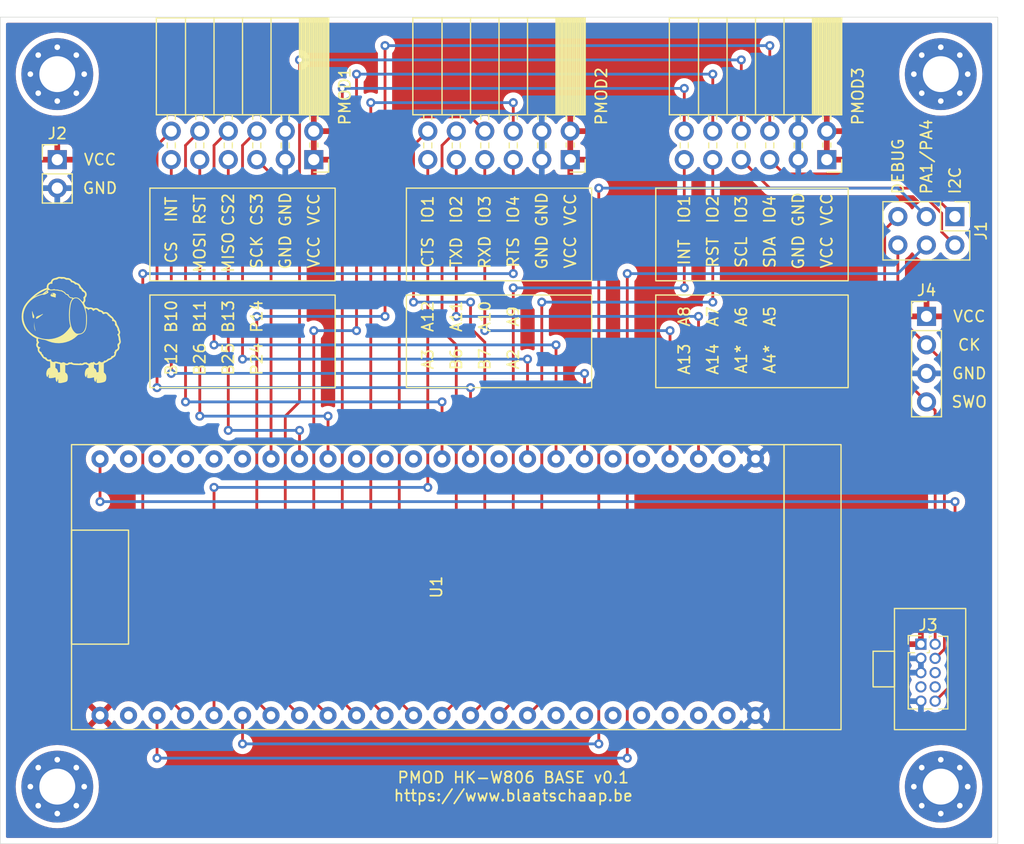
<source format=kicad_pcb>
(kicad_pcb (version 20211014) (generator pcbnew)
  (layers (0 "F.Cu" signal) (31 "B.Cu" signal) (34 "B.Paste" user "B.Plakken") (35 "F.Paste" user "F.Plakken") (36 "B.SilkS" user "B.Silkscreen") (37 "F.SilkS" user "F.Silkscreen") (38 "B.Mask" user) (39 "F.Mask" user "F. masker") (44 "Edge.Cuts" user))
  (net 0 "")
  (net 1 "GND")
  (net 2 "PMOD_UART_GPIO4")
  (net 3 "PMOD_UART_GPIO3")
  (net 4 "PMOD_UART_GPIO2_RESET")
  (net 5 "PMOD_UART_GPIO1_INT")
  (net 6 "PMOD_UART_RTS")
  (net 7 "PMOD_UART_RXD")
  (net 8 "PMOD_UART_TXD")
  (net 9 "PMOD_UART_CTS")
  (net 10 "VCC")
  (net 11 "PMOD_SPI_SCK")
  (net 12 "PMOD_SPI_MOSI")
  (net 13 "PMOD_SPI_MISO")
  (net 14 "PMOD_SPI_GPIO4_CS3")
  (net 15 "PMOD_SPI_GPIO3_CS2")
  (net 16 "PMOD_SPI_GPIO2_RESET")
  (net 17 "PMOD_SPI_GPIO1_INT")
  (net 18 "PMOD_SPI_CS")
  (net 19 "PMOD_I2C_SDA")
  (net 20 "PMOD_I2C_SCL")
  (net 21 "PMOD_I2C_RESET")
  (net 22 "PMOD_I2C_INT")
  (net 23 "PMOD_I2C_GPIO4")
  (net 24 "PMOD_I2C_GPIO3")
  (net 25 "PMOD_I2C_GPIO2")
  (net 26 "PMOD_I2C_GPIO1")
  (net 30 "PA4")
  (net 31 "PA1")
  (net 51 "TMS")
  (net 52 "TCK")
  (net 53 "~{RST}")
  (footprint "Connector_PinSocket_2.54mm:PinSocket_2x06_P2.54mm_Horizontal" (layer "F.Cu") (at 96.52 30.48 -90)
    (fp_text reference "PMOD2" (at -5.65 -2.77 90) (layer "F.SilkS"))
    (fp_text value "Conn_02x06_Odd_Even")
    (pad "1" thru_hole rect (at 0 0 270) (size 1.7 1.7) (drill 1) (layers *.Cu *.Mask) (net 10 "VCC"))
    (pad "2" thru_hole oval (at -2.54 0 270) (size 1.7 1.7) (drill 1) (layers *.Cu *.Mask) (net 10 "VCC"))
    (pad "3" thru_hole oval (at 0 2.54 270) (size 1.7 1.7) (drill 1) (layers *.Cu *.Mask) (net 1 "GND"))
    (pad "4" thru_hole oval (at -2.54 2.54 270) (size 1.7 1.7) (drill 1) (layers *.Cu *.Mask) (net 1 "GND"))
    (pad "5" thru_hole oval (at 0 5.08 270) (size 1.7 1.7) (drill 1) (layers *.Cu *.Mask) (net 6 "PMOD_UART_RTS"))
    (pad "6" thru_hole oval (at -2.54 5.08 270) (size 1.7 1.7) (drill 1) (layers *.Cu *.Mask) (net 2 "PMOD_UART_GPIO4"))
    (pad "7" thru_hole oval (at 0 7.62 270) (size 1.7 1.7) (drill 1) (layers *.Cu *.Mask) (net 7 "PMOD_UART_RXD"))
    (pad "8" thru_hole oval (at -2.54 7.62 270) (size 1.7 1.7) (drill 1) (layers *.Cu *.Mask) (net 3 "PMOD_UART_GPIO3"))
    (pad "9" thru_hole oval (at 0 10.16 270) (size 1.7 1.7) (drill 1) (layers *.Cu *.Mask) (net 8 "PMOD_UART_TXD"))
    (pad "10" thru_hole oval (at -2.54 10.16 270) (size 1.7 1.7) (drill 1) (layers *.Cu *.Mask) (net 4 "PMOD_UART_GPIO2_RESET"))
    (pad "11" thru_hole oval (at 0 12.7 270) (size 1.7 1.7) (drill 1) (layers *.Cu *.Mask) (net 9 "PMOD_UART_CTS"))
    (pad "12" thru_hole oval (at -2.54 12.7 270) (size 1.7 1.7) (drill 1) (layers *.Cu *.Mask) (net 5 "PMOD_UART_GPIO1_INT"))
  )
  (footprint "Connector_PinSocket_2.54mm:PinSocket_2x06_P2.54mm_Horizontal" (layer "F.Cu") (at 119.38 30.48 -90)
    (fp_text reference "PMOD3" (at -5.65 -2.77 90) (layer "F.SilkS"))
    (fp_text value "Conn_02x06_Odd_Even")
    (pad "1" thru_hole rect (at 0 0 270) (size 1.7 1.7) (drill 1) (layers *.Cu *.Mask) (net 10 "VCC"))
    (pad "2" thru_hole oval (at -2.54 0 270) (size 1.7 1.7) (drill 1) (layers *.Cu *.Mask) (net 10 "VCC"))
    (pad "3" thru_hole oval (at 0 2.54 270) (size 1.7 1.7) (drill 1) (layers *.Cu *.Mask) (net 1 "GND"))
    (pad "4" thru_hole oval (at -2.54 2.54 270) (size 1.7 1.7) (drill 1) (layers *.Cu *.Mask) (net 1 "GND"))
    (pad "5" thru_hole oval (at 0 5.08 270) (size 1.7 1.7) (drill 1) (layers *.Cu *.Mask) (net 19 "PMOD_I2C_SDA"))
    (pad "6" thru_hole oval (at -2.54 5.08 270) (size 1.7 1.7) (drill 1) (layers *.Cu *.Mask) (net 23 "PMOD_I2C_GPIO4"))
    (pad "7" thru_hole oval (at 0 7.62 270) (size 1.7 1.7) (drill 1) (layers *.Cu *.Mask) (net 20 "PMOD_I2C_SCL"))
    (pad "8" thru_hole oval (at -2.54 7.62 270) (size 1.7 1.7) (drill 1) (layers *.Cu *.Mask) (net 24 "PMOD_I2C_GPIO3"))
    (pad "9" thru_hole oval (at 0 10.16 270) (size 1.7 1.7) (drill 1) (layers *.Cu *.Mask) (net 21 "PMOD_I2C_RESET"))
    (pad "10" thru_hole oval (at -2.54 10.16 270) (size 1.7 1.7) (drill 1) (layers *.Cu *.Mask) (net 25 "PMOD_I2C_GPIO2"))
    (pad "11" thru_hole oval (at 0 12.7 270) (size 1.7 1.7) (drill 1) (layers *.Cu *.Mask) (net 22 "PMOD_I2C_INT"))
    (pad "12" thru_hole oval (at -2.54 12.7 270) (size 1.7 1.7) (drill 1) (layers *.Cu *.Mask) (net 26 "PMOD_I2C_GPIO1"))
  )
  (footprint "Connector_PinSocket_2.54mm:PinSocket_2x06_P2.54mm_Horizontal" (layer "F.Cu") (at 73.66 30.48 -90)
    (fp_text reference "PMOD1" (at -5.65 -2.77 90) (layer "F.SilkS"))
    (fp_text value "Conn_02x06_Odd_Even")
    (pad "1" thru_hole rect (at 0 0 270) (size 1.7 1.7) (drill 1) (layers *.Cu *.Mask) (net 10 "VCC"))
    (pad "2" thru_hole oval (at -2.54 0 270) (size 1.7 1.7) (drill 1) (layers *.Cu *.Mask) (net 10 "VCC"))
    (pad "3" thru_hole oval (at 0 2.54 270) (size 1.7 1.7) (drill 1) (layers *.Cu *.Mask) (net 1 "GND"))
    (pad "4" thru_hole oval (at -2.54 2.54 270) (size 1.7 1.7) (drill 1) (layers *.Cu *.Mask) (net 1 "GND"))
    (pad "5" thru_hole oval (at 0 5.08 270) (size 1.7 1.7) (drill 1) (layers *.Cu *.Mask) (net 11 "PMOD_SPI_SCK"))
    (pad "6" thru_hole oval (at -2.54 5.08 270) (size 1.7 1.7) (drill 1) (layers *.Cu *.Mask) (net 14 "PMOD_SPI_GPIO4_CS3"))
    (pad "7" thru_hole oval (at 0 7.62 270) (size 1.7 1.7) (drill 1) (layers *.Cu *.Mask) (net 13 "PMOD_SPI_MISO"))
    (pad "8" thru_hole oval (at -2.54 7.62 270) (size 1.7 1.7) (drill 1) (layers *.Cu *.Mask) (net 15 "PMOD_SPI_GPIO3_CS2"))
    (pad "9" thru_hole oval (at 0 10.16 270) (size 1.7 1.7) (drill 1) (layers *.Cu *.Mask) (net 12 "PMOD_SPI_MOSI"))
    (pad "10" thru_hole oval (at -2.54 10.16 270) (size 1.7 1.7) (drill 1) (layers *.Cu *.Mask) (net 16 "PMOD_SPI_GPIO2_RESET"))
    (pad "11" thru_hole oval (at 0 12.7 270) (size 1.7 1.7) (drill 1) (layers *.Cu *.Mask) (net 18 "PMOD_SPI_CS"))
    (pad "12" thru_hole oval (at -2.54 12.7 270) (size 1.7 1.7) (drill 1) (layers *.Cu *.Mask) (net 17 "PMOD_SPI_GPIO1_INT"))
  )
  (footprint "MountingHole:MountingHole_3.2mm_M3_Pad_Via" (layer "F.Cu") (at 50.8 86.36)
    (fp_text reference "H3" hide)
    (fp_text value "~")
    (pad "1" thru_hole circle (at 1.697056 1.697056) (size 0.8 0.8) (drill 0.5) (layers *.Cu *.Mask))
    (pad "1" thru_hole circle (at -1.697056 -1.697056) (size 0.8 0.8) (drill 0.5) (layers *.Cu *.Mask))
    (pad "1" thru_hole circle (at 0 -2.4) (size 0.8 0.8) (drill 0.5) (layers *.Cu *.Mask))
    (pad "1" thru_hole circle (at -2.4 0) (size 0.8 0.8) (drill 0.5) (layers *.Cu *.Mask))
    (pad "1" thru_hole circle (at 1.697056 -1.697056) (size 0.8 0.8) (drill 0.5) (layers *.Cu *.Mask))
    (pad "1" thru_hole circle (at -1.697056 1.697056) (size 0.8 0.8) (drill 0.5) (layers *.Cu *.Mask))
    (pad "1" thru_hole circle (at 2.4 0) (size 0.8 0.8) (drill 0.5) (layers *.Cu *.Mask))
    (pad "1" thru_hole circle (at 0 0) (size 6.4 6.4) (drill 3.2) (layers *.Cu *.Mask))
    (pad "1" thru_hole circle (at 0 2.4) (size 0.8 0.8) (drill 0.5) (layers *.Cu *.Mask))
  )
  (footprint "MountingHole:MountingHole_3.2mm_M3_Pad_Via" (layer "F.Cu") (at 50.8 22.86)
    (fp_text reference "H1" hide)
    (fp_text value "~")
    (pad "1" thru_hole circle (at 0 -2.4) (size 0.8 0.8) (drill 0.5) (layers *.Cu *.Mask))
    (pad "1" thru_hole circle (at 1.697056 1.697056) (size 0.8 0.8) (drill 0.5) (layers *.Cu *.Mask))
    (pad "1" thru_hole circle (at 0 2.4) (size 0.8 0.8) (drill 0.5) (layers *.Cu *.Mask))
    (pad "1" thru_hole circle (at 2.4 0) (size 0.8 0.8) (drill 0.5) (layers *.Cu *.Mask))
    (pad "1" thru_hole circle (at -2.4 0) (size 0.8 0.8) (drill 0.5) (layers *.Cu *.Mask))
    (pad "1" thru_hole circle (at 1.697056 -1.697056) (size 0.8 0.8) (drill 0.5) (layers *.Cu *.Mask))
    (pad "1" thru_hole circle (at -1.697056 1.697056) (size 0.8 0.8) (drill 0.5) (layers *.Cu *.Mask))
    (pad "1" thru_hole circle (at 0 0) (size 6.4 6.4) (drill 3.2) (layers *.Cu *.Mask))
    (pad "1" thru_hole circle (at -1.697056 -1.697056) (size 0.8 0.8) (drill 0.5) (layers *.Cu *.Mask))
  )
  (footprint "Connector_PinHeader_2.54mm:PinHeader_2x03_P2.54mm_Vertical" (layer "F.Cu") (at 130.795 35.555 -90)
    (fp_text reference "J1" (at 1.27 -2.33 90) (layer "F.SilkS"))
    (fp_text value "Conn_02x03_Odd_Even")
    (pad "1" thru_hole rect (at 0 0 270) (size 1.7 1.7) (drill 1) (layers *.Cu *.Mask) (net 19 "PMOD_I2C_SDA"))
    (pad "2" thru_hole oval (at 2.54 0 270) (size 1.7 1.7) (drill 1) (layers *.Cu *.Mask) (net 20 "PMOD_I2C_SCL"))
    (pad "3" thru_hole oval (at 0 2.54 270) (size 1.7 1.7) (drill 1) (layers *.Cu *.Mask) (net 30 "PA4"))
    (pad "4" thru_hole oval (at 2.54 2.54 270) (size 1.7 1.7) (drill 1) (layers *.Cu *.Mask) (net 31 "PA1"))
    (pad "5" thru_hole oval (at 0 5.08 270) (size 1.7 1.7) (drill 1) (layers *.Cu *.Mask) (net 51 "TMS"))
    (pad "6" thru_hole oval (at 2.54 5.08 270) (size 1.7 1.7) (drill 1) (layers *.Cu *.Mask) (net 52 "TCK"))
  )
  (footprint "MountingHole:MountingHole_3.2mm_M3_Pad_Via" (layer "F.Cu") (at 129.54 86.36)
    (fp_text reference "H4" hide)
    (fp_text value "~")
    (pad "1" thru_hole circle (at 1.697056 -1.697056) (size 0.8 0.8) (drill 0.5) (layers *.Cu *.Mask))
    (pad "1" thru_hole circle (at -1.697056 1.697056) (size 0.8 0.8) (drill 0.5) (layers *.Cu *.Mask))
    (pad "1" thru_hole circle (at 0 0) (size 6.4 6.4) (drill 3.2) (layers *.Cu *.Mask))
    (pad "1" thru_hole circle (at -2.4 0) (size 0.8 0.8) (drill 0.5) (layers *.Cu *.Mask))
    (pad "1" thru_hole circle (at 0 2.4) (size 0.8 0.8) (drill 0.5) (layers *.Cu *.Mask))
    (pad "1" thru_hole circle (at 1.697056 1.697056) (size 0.8 0.8) (drill 0.5) (layers *.Cu *.Mask))
    (pad "1" thru_hole circle (at -1.697056 -1.697056) (size 0.8 0.8) (drill 0.5) (layers *.Cu *.Mask))
    (pad "1" thru_hole circle (at 2.4 0) (size 0.8 0.8) (drill 0.5) (layers *.Cu *.Mask))
    (pad "1" thru_hole circle (at 0 -2.4) (size 0.8 0.8) (drill 0.5) (layers *.Cu *.Mask))
  )
  (footprint "AvS_Logos:bs10" (layer "F.Cu") (at 52.07 45.72)
    (fp_text reference "G***" hide)
    (fp_text value "LOGO" hide)
  )
  (footprint "MountingHole:MountingHole_3.2mm_M3_Pad_Via" (layer "F.Cu") (at 129.54 22.86)
    (fp_text reference "H2" hide)
    (fp_text value "~")
    (pad "1" thru_hole circle (at 1.697056 -1.697056) (size 0.8 0.8) (drill 0.5) (layers *.Cu *.Mask))
    (pad "1" thru_hole circle (at 1.697056 1.697056) (size 0.8 0.8) (drill 0.5) (layers *.Cu *.Mask))
    (pad "1" thru_hole circle (at -1.697056 -1.697056) (size 0.8 0.8) (drill 0.5) (layers *.Cu *.Mask))
    (pad "1" thru_hole circle (at 0 0) (size 6.4 6.4) (drill 3.2) (layers *.Cu *.Mask))
    (pad "1" thru_hole circle (at 0 2.4) (size 0.8 0.8) (drill 0.5) (layers *.Cu *.Mask))
    (pad "1" thru_hole circle (at 2.4 0) (size 0.8 0.8) (drill 0.5) (layers *.Cu *.Mask))
    (pad "1" thru_hole circle (at 0 -2.4) (size 0.8 0.8) (drill 0.5) (layers *.Cu *.Mask))
    (pad "1" thru_hole circle (at -2.4 0) (size 0.8 0.8) (drill 0.5) (layers *.Cu *.Mask))
    (pad "1" thru_hole circle (at -1.697056 1.697056) (size 0.8 0.8) (drill 0.5) (layers *.Cu *.Mask))
  )
  (footprint "Connector_PinHeader_1.27mm:PinHeader_2x05_P1.27mm_Vertical" (layer "F.Cu") (at 127.77 73.66)
    (fp_text reference "J3" (at 0.635 -1.695) (layer "F.SilkS"))
    (fp_text value "Conn_02x05_Odd_Even")
    (pad "1" thru_hole rect (at 0 0) (size 1 1) (drill 0.65) (layers *.Cu *.Mask) (net 10 "VCC"))
    (pad "2" thru_hole oval (at 1.27 0) (size 1 1) (drill 0.65) (layers *.Cu *.Mask) (net 51 "TMS"))
    (pad "3" thru_hole oval (at 0 1.27) (size 1 1) (drill 0.65) (layers *.Cu *.Mask) (net 1 "GND"))
    (pad "4" thru_hole oval (at 1.27 1.27) (size 1 1) (drill 0.65) (layers *.Cu *.Mask) (net 52 "TCK"))
    (pad "5" thru_hole oval (at 0 2.54) (size 1 1) (drill 0.65) (layers *.Cu *.Mask) (net 1 "GND"))
    (pad "6" thru_hole oval (at 1.27 2.54) (size 1 1) (drill 0.65) (layers *.Cu *.Mask))
    (pad "7" thru_hole oval (at 0 3.81) (size 1 1) (drill 0.65) (layers *.Cu *.Mask))
    (pad "8" thru_hole oval (at 1.27 3.81) (size 1 1) (drill 0.65) (layers *.Cu *.Mask))
    (pad "9" thru_hole oval (at 0 5.08) (size 1 1) (drill 0.65) (layers *.Cu *.Mask) (net 1 "GND"))
    (pad "10" thru_hole oval (at 1.27 5.08) (size 1 1) (drill 0.65) (layers *.Cu *.Mask) (net 53 "~{RST}"))
  )
  (footprint "Connector_PinHeader_2.54mm:PinHeader_1x04_P2.54mm_Vertical" (layer "F.Cu") (at 128.27 44.45)
    (fp_text reference "J4" (at 0 -2.33) (layer "F.SilkS"))
    (fp_text value "Conn_01x04")
    (pad "1" thru_hole rect (at 0 0) (size 1.7 1.7) (drill 1) (layers *.Cu *.Mask) (net 10 "VCC"))
    (pad "2" thru_hole oval (at 0 2.54) (size 1.7 1.7) (drill 1) (layers *.Cu *.Mask) (net 52 "TCK"))
    (pad "3" thru_hole oval (at 0 5.08) (size 1.7 1.7) (drill 1) (layers *.Cu *.Mask) (net 1 "GND"))
    (pad "4" thru_hole oval (at 0 7.62) (size 1.7 1.7) (drill 1) (layers *.Cu *.Mask) (net 51 "TMS"))
  )
  (footprint "Connector_PinHeader_2.54mm:PinHeader_1x02_P2.54mm_Vertical" (layer "F.Cu") (at 50.8 30.48)
    (fp_text reference "J2" (at 0 -2.33) (layer "F.SilkS"))
    (fp_text value "~")
    (pad "1" thru_hole rect (at 0 0) (size 1.7 1.7) (drill 1) (layers *.Cu *.Mask) (net 10 "VCC"))
    (pad "2" thru_hole oval (at 0 2.54) (size 1.7 1.7) (drill 1) (layers *.Cu *.Mask) (net 1 "GND"))
  )
  (footprint "AvS_CoreBoards:HK-W80x" (layer "F.Cu") (at 85.09 68.58 90)
    (fp_text reference "U1" (at 0 -0.5 90 unlocked) (layer "F.SilkS"))
    (fp_text value "HK-W806")
    (pad "1" thru_hole circle (at -11.43 -30.48 90) (size 1.524 1.524) (drill 0.762) (layers *.Cu *.Mask) (net 10 "VCC"))
    (pad "2" thru_hole circle (at -11.43 -27.94 90) (size 1.524 1.524) (drill 0.762) (layers *.Cu *.Mask))
    (pad "3" thru_hole circle (at -11.43 -25.4 90) (size 1.524 1.524) (drill 0.762) (layers *.Cu *.Mask) (net 31 "PA1"))
    (pad "4" thru_hole circle (at -11.43 -22.86 90) (size 1.524 1.524) (drill 0.762) (layers *.Cu *.Mask) (net 6 "PMOD_UART_RTS"))
    (pad "5" thru_hole circle (at -11.43 -20.32 90) (size 1.524 1.524) (drill 0.762) (layers *.Cu *.Mask) (net 9 "PMOD_UART_CTS"))
    (pad "6" thru_hole circle (at -11.43 -17.78 90) (size 1.524 1.524) (drill 0.762) (layers *.Cu *.Mask) (net 30 "PA4"))
    (pad "7" thru_hole circle (at -11.43 -15.24 90) (size 1.524 1.524) (drill 0.762) (layers *.Cu *.Mask) (net 23 "PMOD_I2C_GPIO4"))
    (pad "8" thru_hole circle (at -11.43 -12.7 90) (size 1.524 1.524) (drill 0.762) (layers *.Cu *.Mask) (net 24 "PMOD_I2C_GPIO3"))
    (pad "9" thru_hole circle (at -11.43 -10.16 90) (size 1.524 1.524) (drill 0.762) (layers *.Cu *.Mask) (net 25 "PMOD_I2C_GPIO2"))
    (pad "10" thru_hole circle (at -11.43 -7.62 90) (size 1.524 1.524) (drill 0.762) (layers *.Cu *.Mask) (net 26 "PMOD_I2C_GPIO1"))
    (pad "11" thru_hole circle (at -11.43 -5.08 90) (size 1.524 1.524) (drill 0.762) (layers *.Cu *.Mask) (net 2 "PMOD_UART_GPIO4"))
    (pad "12" thru_hole circle (at -11.43 -2.54 90) (size 1.524 1.524) (drill 0.762) (layers *.Cu *.Mask) (net 3 "PMOD_UART_GPIO3"))
    (pad "13" thru_hole circle (at -11.43 0 90) (size 1.524 1.524) (drill 0.762) (layers *.Cu *.Mask) (net 4 "PMOD_UART_GPIO2_RESET"))
    (pad "14" thru_hole circle (at -11.43 2.54 90) (size 1.524 1.524) (drill 0.762) (layers *.Cu *.Mask) (net 5 "PMOD_UART_GPIO1_INT"))
    (pad "15" thru_hole circle (at -11.43 5.08 90) (size 1.524 1.524) (drill 0.762) (layers *.Cu *.Mask) (net 22 "PMOD_I2C_INT"))
    (pad "16" thru_hole circle (at -11.43 7.62 90) (size 1.524 1.524) (drill 0.762) (layers *.Cu *.Mask) (net 21 "PMOD_I2C_RESET"))
    (pad "17" thru_hole circle (at -11.43 10.16 90) (size 1.524 1.524) (drill 0.762) (layers *.Cu *.Mask))
    (pad "18" thru_hole circle (at -11.43 12.7 90) (size 1.524 1.524) (drill 0.762) (layers *.Cu *.Mask))
    (pad "19" thru_hole circle (at -11.43 15.24 90) (size 1.524 1.524) (drill 0.762) (layers *.Cu *.Mask))
    (pad "20" thru_hole circle (at -11.43 17.78 90) (size 1.524 1.524) (drill 0.762) (layers *.Cu *.Mask))
    (pad "21" thru_hole circle (at -11.43 20.32 90) (size 1.524 1.524) (drill 0.762) (layers *.Cu *.Mask))
    (pad "22" thru_hole circle (at -11.43 22.86 90) (size 1.524 1.524) (drill 0.762) (layers *.Cu *.Mask))
    (pad "23" thru_hole circle (at -11.43 25.4 90) (size 1.524 1.524) (drill 0.762) (layers *.Cu *.Mask))
    (pad "24" thru_hole circle (at -11.43 27.94 90) (size 1.524 1.524) (drill 0.762) (layers *.Cu *.Mask) (net 1 "GND"))
    (pad "25" thru_hole circle (at 11.43 27.94 90) (size 1.524 1.524) (drill 0.762) (layers *.Cu *.Mask) (net 1 "GND"))
    (pad "26" thru_hole circle (at 11.43 25.4 90) (size 1.524 1.524) (drill 0.762) (layers *.Cu *.Mask))
    (pad "27" thru_hole circle (at 11.43 22.86 90) (size 1.524 1.524) (drill 0.762) (layers *.Cu *.Mask) (net 8 "PMOD_UART_TXD"))
    (pad "28" thru_hole circle (at 11.43 20.32 90) (size 1.524 1.524) (drill 0.762) (layers *.Cu *.Mask) (net 7 "PMOD_UART_RXD"))
    (pad "29" thru_hole circle (at 11.43 17.78 90) (size 1.524 1.524) (drill 0.762) (layers *.Cu *.Mask))
    (pad "30" thru_hole circle (at 11.43 15.24 90) (size 1.524 1.524) (drill 0.762) (layers *.Cu *.Mask))
    (pad "31" thru_hole circle (at 11.43 12.7 90) (size 1.524 1.524) (drill 0.762) (layers *.Cu *.Mask) (net 18 "PMOD_SPI_CS"))
    (pad "32" thru_hole circle (at 11.43 10.16 90) (size 1.524 1.524) (drill 0.762) (layers *.Cu *.Mask) (net 15 "PMOD_SPI_GPIO3_CS2"))
    (pad "33" thru_hole circle (at 11.43 7.62 90) (size 1.524 1.524) (drill 0.762) (layers *.Cu *.Mask) (net 14 "PMOD_SPI_GPIO4_CS3"))
    (pad "34" thru_hole circle (at 11.43 5.08 90) (size 1.524 1.524) (drill 0.762) (layers *.Cu *.Mask))
    (pad "35" thru_hole circle (at 11.43 2.54 90) (size 1.524 1.524) (drill 0.762) (layers *.Cu *.Mask) (net 17 "PMOD_SPI_GPIO1_INT"))
    (pad "36" thru_hole circle (at 11.43 0 90) (size 1.524 1.524) (drill 0.762) (layers *.Cu *.Mask) (net 16 "PMOD_SPI_GPIO2_RESET"))
    (pad "37" thru_hole circle (at 11.43 -2.54 90) (size 1.524 1.524) (drill 0.762) (layers *.Cu *.Mask))
    (pad "38" thru_hole circle (at 11.43 -5.08 90) (size 1.524 1.524) (drill 0.762) (layers *.Cu *.Mask))
    (pad "39" thru_hole circle (at 11.43 -7.62 90) (size 1.524 1.524) (drill 0.762) (layers *.Cu *.Mask))
    (pad "40" thru_hole circle (at 11.43 -10.16 90) (size 1.524 1.524) (drill 0.762) (layers *.Cu *.Mask) (net 12 "PMOD_SPI_MOSI"))
    (pad "41" thru_hole circle (at 11.43 -12.7 90) (size 1.524 1.524) (drill 0.762) (layers *.Cu *.Mask) (net 13 "PMOD_SPI_MISO"))
    (pad "42" thru_hole circle (at 11.43 -15.24 90) (size 1.524 1.524) (drill 0.762) (layers *.Cu *.Mask) (net 11 "PMOD_SPI_SCK"))
    (pad "43" thru_hole circle (at 11.43 -17.78 90) (size 1.524 1.524) (drill 0.762) (layers *.Cu *.Mask))
    (pad "44" thru_hole circle (at 11.43 -20.32 90) (size 1.524 1.524) (drill 0.762) (layers *.Cu *.Mask))
    (pad "45" thru_hole circle (at 11.43 -22.86 90) (size 1.524 1.524) (drill 0.762) (layers *.Cu *.Mask))
    (pad "46" thru_hole circle (at 11.43 -25.4 90) (size 1.524 1.524) (drill 0.762) (layers *.Cu *.Mask))
    (pad "47" thru_hole circle (at 11.43 -27.94 90) (size 1.524 1.524) (drill 0.762) (layers *.Cu *.Mask))
    (pad "48" thru_hole circle (at 11.43 -30.48 90) (size 1.524 1.524) (drill 0.762) (layers *.Cu *.Mask) (net 53 "~{RST}"))
  )
  (gr_rect (start 81.915 33.02) (end 98.425 41.275) (layer "F.SilkS") (width 0.12) (fill none))
  (gr_rect (start 59.055 33.02) (end 75.565 41.275) (layer "F.SilkS") (width 0.12) (fill none))
  (gr_rect (start 104.14 42.545) (end 121.285 50.8) (layer "F.SilkS") (width 0.12) (fill none))
  (gr_rect (start 125.4125 70.485) (end 131.7625 81.28) (layer "F.SilkS") (width 0.12) (fill none))
  (gr_rect (start 81.915 42.545) (end 98.425 50.8) (layer "F.SilkS") (width 0.12) (fill none))
  (gr_rect (start 104.14 33.02) (end 121.285 41.275) (layer "F.SilkS") (width 0.12) (fill none))
  (gr_rect (start 123.5075 74.295) (end 125.4125 77.47) (layer "F.SilkS") (width 0.12) (fill none))
  (gr_rect (start 59.055 42.545) (end 75.565 50.8) (layer "F.SilkS") (width 0.12) (fill none))
  (gr_rect (start 45.72 17.78) (end 134.62 91.44) (layer "Edge.Cuts") (width 0.05) (fill none))
  (gr_text "VCC" (at 132.08 44.45) (layer "F.SilkS") (effects (font (size 1 1))))
  (gr_text "B11" (at 63.5 44.45 90) (layer "F.SilkS") (effects (font (size 1 1))))
  (gr_text "INT" (at 106.68 38.735 90) (layer "F.SilkS") (effects (font (size 1 1))))
  (gr_text "B10" (at 60.96 44.45 90) (layer "F.SilkS") (effects (font (size 1 1))))
  (gr_text "A10" (at 88.9 44.45 90) (layer "F.SilkS") (effects (font (size 1 1))))
  (gr_text "INT" (at 60.96 34.925 90) (layer "F.SilkS") (effects (font (size 1 1))))
  (gr_text "A1*" (at 111.76 48.26 90) (layer "F.SilkS") (effects (font (size 1 1))))
  (gr_text "GND" (at 71.12 34.925 90) (layer "F.SilkS") (effects (font (size 1 1))))
  (gr_text "GND" (at 93.98 38.735 90) (layer "F.SilkS") (effects (font (size 1 1))))
  (gr_text "A13" (at 106.68 48.26 90) (layer "F.SilkS") (effects (font (size 1 1))))
  (gr_text "TXD" (at 86.36 38.735 90) (layer "F.SilkS") (effects (font (size 1 1))))
  (gr_text "RTS" (at 91.44 38.735 90) (layer "F.SilkS") (effects (font (size 1 1))))
  (gr_text "A14" (at 109.22 48.26 90) (layer "F.SilkS") (effects (font (size 1 1))))
  (gr_text "VCC" (at 119.38 38.735 90) (layer "F.SilkS") (effects (font (size 1 1))))
  (gr_text "IO1" (at 106.68 34.925 90) (layer "F.SilkS") (effects (font (size 1 1))))
  (gr_text "A7" (at 109.22 44.45 90) (layer "F.SilkS") (effects (font (size 1 1))))
  (gr_text "PMOD HK-W806 BASE v0.1\nhttps://www.blaatschaap.be" (at 91.44 86.36) (layer "F.SilkS") (effects (font (size 1 1))))
  (gr_text "GND" (at 54.61 33.02) (layer "F.SilkS") (effects (font (size 1 1))))
  (gr_text "CTS" (at 83.82 38.735 90) (layer "F.SilkS") (effects (font (size 1 1))))
  (gr_text "IO1" (at 83.82 34.925 90) (layer "F.SilkS") (effects (font (size 1 1))))
  (gr_text "I2C" (at 130.81 33.655 90) (layer "F.SilkS") (effects (font (size 1 1)) (justify left)))
  (gr_text "CS" (at 60.96 38.735 90) (layer "F.SilkS") (effects (font (size 1 1))))
  (gr_text "MISO" (at 66.04 38.735 90) (layer "F.SilkS") (effects (font (size 1 1))))
  (gr_text "B26" (at 63.5 48.26 90) (layer "F.SilkS") (effects (font (size 1 1))))
  (gr_text "SCK" (at 68.58 38.735 90) (layer "F.SilkS") (effects (font (size 1 1))))
  (gr_text "GND" (at 71.12 38.735 90) (layer "F.SilkS") (effects (font (size 1 1))))
  (gr_text "SWO" (at 132.08 52.07) (layer "F.SilkS") (effects (font (size 1 1))))
  (gr_text "GND" (at 116.84 38.735 90) (layer "F.SilkS") (effects (font (size 1 1))))
  (gr_text "A11" (at 86.36 44.45 90) (layer "F.SilkS") (effects (font (size 1 1))))
  (gr_text "B13" (at 66.04 44.45 90) (layer "F.SilkS") (effects (font (size 1 1))))
  (gr_text "B12" (at 60.96 48.26 90) (layer "F.SilkS") (effects (font (size 1 1))))
  (gr_text "A6" (at 111.76 44.45 90) (layer "F.SilkS") (effects (font (size 1 1))))
  (gr_text "P24" (at 68.58 48.26 90) (layer "F.SilkS") (effects (font (size 1 1))))
  (gr_text "VCC" (at 73.66 38.735 90) (layer "F.SilkS") (effects (font (size 1 1))))
  (gr_text "A4*" (at 114.3 48.26 90) (layer "F.SilkS") (effects (font (size 1 1))))
  (gr_text "GND" (at 116.84 34.925 90) (layer "F.SilkS") (effects (font (size 1 1))))
  (gr_text "MOSI" (at 63.5 38.735 90) (layer "F.SilkS") (effects (font (size 1 1))))
  (gr_text "B6" (at 86.36 48.26 90) (layer "F.SilkS") (effects (font (size 1 1))))
  (gr_text "IO4" (at 91.44 34.925 90) (layer "F.SilkS") (effects (font (size 1 1))))
  (gr_text "IO3" (at 88.9 34.925 90) (layer "F.SilkS") (effects (font (size 1 1))))
  (gr_text "DEBUG" (at 125.73 33.655 90) (layer "F.SilkS") (effects (font (size 1 1)) (justify left)))
  (gr_text "B25" (at 66.04 48.26 90) (layer "F.SilkS") (effects (font (size 1 1))))
  (gr_text "VCC" (at 96.52 34.925 90) (layer "F.SilkS") (effects (font (size 1 1))))
  (gr_text "IO4" (at 114.3 34.925 90) (layer "F.SilkS") (effects (font (size 1 1))))
  (gr_text "A12" (at 83.82 44.45 90) (layer "F.SilkS") (effects (font (size 1 1))))
  (gr_text "VCC" (at 54.61 30.48) (layer "F.SilkS") (effects (font (size 1 1))))
  (gr_text "SDA" (at 114.3 38.735 90) (layer "F.SilkS") (effects (font (size 1 1))))
  (gr_text "CS3" (at 68.58 34.925 90) (layer "F.SilkS") (effects (font (size 1 1))))
  (gr_text "P14" (at 68.58 44.45 90) (layer "F.SilkS") (effects (font (size 1 1))))
  (gr_text "RXD" (at 88.9 38.735 90) (layer "F.SilkS") (effects (font (size 1 1))))
  (gr_text "A3" (at 83.82 48.26 90) (layer "F.SilkS") (effects (font (size 1 1))))
  (gr_text "IO2" (at 86.36 34.925 90) (layer "F.SilkS") (effects (font (size 1 1))))
  (gr_text "A2" (at 91.44 48.26 90) (layer "F.SilkS") (effects (font (size 1 1))))
  (gr_text "IO3" (at 111.76 34.925 90) (layer "F.SilkS") (effects (font (size 1 1))))
  (gr_text "RST" (at 109.22 38.735 90) (layer "F.SilkS") (effects (font (size 1 1))))
  (gr_text "A8" (at 106.68 44.45 90) (layer "F.SilkS") (effects (font (size 1 1))))
  (gr_text "B7" (at 88.9 48.26 90) (layer "F.SilkS") (effects (font (size 1 1))))
  (gr_text "VCC" (at 119.38 34.925 90) (layer "F.SilkS") (effects (font (size 1 1))))
  (gr_text "PA1/PA4" (at 128.27 33.655 90) (layer "F.SilkS") (effects (font (size 1 1)) (justify left)))
  (gr_text "CS2" (at 66.04 34.925 90) (layer "F.SilkS") (effects (font (size 1 1))))
  (gr_text "SCL" (at 111.76 38.735 90) (layer "F.SilkS") (effects (font (size 1 1))))
  (gr_text "IO2" (at 109.22 34.925 90) (layer "F.SilkS") (effects (font (size 1 1))))
  (gr_text "RST" (at 63.5 34.925 90) (layer "F.SilkS") (effects (font (size 1 1))))
  (gr_text "CK" (at 132.08 46.99) (layer "F.SilkS") (effects (font (size 1 1))))
  (gr_text "VCC" (at 96.52 38.735 90) (layer "F.SilkS") (effects (font (size 1 1))))
  (gr_text "A9" (at 91.44 44.45 90) (layer "F.SilkS") (effects (font (size 1 1))))
  (gr_text "VCC" (at 73.66 34.925 90) (layer "F.SilkS") (effects (font (size 1 1))))
  (gr_text "GND" (at 132.08 49.53) (layer "F.SilkS") (effects (font (size 1 1))))
  (gr_text "GND" (at 93.98 34.925 90) (layer "F.SilkS") (effects (font (size 1 1))))
  (gr_text "A5" (at 114.3 44.45 90) (layer "F.SilkS") (effects (font (size 1 1))))
  (segment (start 78.74 25.4) (end 78.74 78.74) (width 0.25) (layer "F.Cu") (net 2))
  (segment (start 78.74 78.74) (end 80.01 80.01) (width 0.25) (layer "F.Cu") (net 2))
  (segment (start 91.44 27.94) (end 91.44 25.4) (width 0.25) (layer "F.Cu") (net 2))
  (via (at 91.44 25.4) (size 0.8) (drill 0.4) (layers "F.Cu" "B.Cu") (net 2))
  (via (at 78.74 25.4) (size 0.8) (drill 0.4) (layers "F.Cu" "B.Cu") (net 2))
  (segment (start 91.44 25.4) (end 78.74 25.4) (width 0.25) (layer "B.Cu") (net 2))
  (segment (start 81.28 27.94) (end 82.55 26.67) (width 0.25) (layer "F.Cu") (net 3))
  (segment (start 81.28 78.74) (end 81.28 27.94) (width 0.25) (layer "F.Cu") (net 3))
  (segment (start 87.63 26.67) (end 88.9 27.94) (width 0.25) (layer "F.Cu") (net 3))
  (segment (start 82.55 80.01) (end 81.28 78.74) (width 0.25) (layer "F.Cu") (net 3))
  (segment (start 82.55 26.67) (end 87.63 26.67) (width 0.25) (layer "F.Cu") (net 3))
  (segment (start 85.09 45.72) (end 85.09 29.21) (width 0.25) (layer "F.Cu") (net 4))
  (segment (start 86.36 78.74) (end 86.36 46.99) (width 0.25) (layer "F.Cu") (net 4))
  (segment (start 85.09 29.21) (end 86.36 27.94) (width 0.25) (layer "F.Cu") (net 4))
  (segment (start 85.09 80.01) (end 86.36 78.74) (width 0.25) (layer "F.Cu") (net 4))
  (segment (start 86.36 46.99) (end 85.09 45.72) (width 0.25) (layer "F.Cu") (net 4))
  (segment (start 87.63 80.01) (end 88.9 78.74) (width 0.25) (layer "F.Cu") (net 5))
  (segment (start 88.9 78.74) (end 88.9 46.745305) (width 0.25) (layer "F.Cu") (net 5))
  (segment (start 88.9 46.745305) (end 87.63 45.475305) (width 0.25) (layer "F.Cu") (net 5))
  (segment (start 87.63 45.475305) (end 87.63 43.18) (width 0.25) (layer "F.Cu") (net 5))
  (segment (start 82.55 29.21) (end 83.82 27.94) (width 0.25) (layer "F.Cu") (net 5))
  (segment (start 82.55 43.18) (end 82.55 29.21) (width 0.25) (layer "F.Cu") (net 5))
  (via (at 87.63 43.18) (size 0.8) (drill 0.4) (layers "F.Cu" "B.Cu") (net 5))
  (via (at 82.55 43.18) (size 0.8) (drill 0.4) (layers "F.Cu" "B.Cu") (net 5))
  (segment (start 87.63 43.18) (end 82.55 43.18) (width 0.25) (layer "B.Cu") (net 5))
  (segment (start 58.42 76.2) (end 58.42 40.64) (width 0.25) (layer "F.Cu") (net 6))
  (segment (start 62.23 80.01) (end 60.96 78.74) (width 0.25) (layer "F.Cu") (net 6))
  (segment (start 91.44 40.64) (end 91.44 30.48) (width 0.25) (layer "F.Cu") (net 6))
  (segment (start 60.96 78.74) (end 58.42 76.2) (width 0.25) (layer "F.Cu") (net 6))
  (via (at 91.44 40.64) (size 0.8) (drill 0.4) (layers "F.Cu" "B.Cu") (net 6))
  (via (at 58.42 40.64) (size 0.8) (drill 0.4) (layers "F.Cu" "B.Cu") (net 6))
  (segment (start 58.42 40.64) (end 91.44 40.64) (width 0.25) (layer "B.Cu") (net 6))
  (segment (start 105.41 57.15) (end 105.41 45.72) (width 0.25) (layer "F.Cu") (net 7))
  (segment (start 88.9 45.72) (end 88.9 30.48) (width 0.25) (layer "F.Cu") (net 7))
  (via (at 105.41 45.72) (size 0.8) (drill 0.4) (layers "F.Cu" "B.Cu") (net 7))
  (via (at 88.9 45.72) (size 0.8) (drill 0.4) (layers "F.Cu" "B.Cu") (net 7))
  (segment (start 105.41 45.72) (end 88.9 45.72) (width 0.25) (layer "B.Cu") (net 7))
  (segment (start 86.36 44.45) (end 86.36 30.48) (width 0.25) (layer "F.Cu") (net 8))
  (segment (start 107.95 57.15) (end 107.95 44.45) (width 0.25) (layer "F.Cu") (net 8))
  (via (at 107.95 44.45) (size 0.8) (drill 0.4) (layers "F.Cu" "B.Cu") (net 8))
  (via (at 86.36 44.45) (size 0.8) (drill 0.4) (layers "F.Cu" "B.Cu") (net 8))
  (segment (start 107.95 44.45) (end 86.36 44.45) (width 0.25) (layer "B.Cu") (net 8))
  (segment (start 64.77 59.69) (end 64.77 80.01) (width 0.25) (layer "F.Cu") (net 9))
  (segment (start 83.82 30.48) (end 83.82 59.69) (width 0.25) (layer "F.Cu") (net 9))
  (via (at 64.77 59.69) (size 0.8) (drill 0.4) (layers "F.Cu" "B.Cu") (net 9))
  (via (at 83.82 59.69) (size 0.8) (drill 0.4) (layers "F.Cu" "B.Cu") (net 9))
  (segment (start 83.82 59.69) (end 64.77 59.69) (width 0.25) (layer "B.Cu") (net 9))
  (segment (start 69.85 31.75) (end 68.58 30.48) (width 0.25) (layer "F.Cu") (net 11))
  (segment (start 69.85 57.15) (end 69.85 31.75) (width 0.25) (layer "F.Cu") (net 11))
  (segment (start 74.93 57.15) (end 74.93 53.34) (width 0.25) (layer "F.Cu") (net 12))
  (segment (start 63.5 53.34) (end 63.5 30.48) (width 0.25) (layer "F.Cu") (net 12))
  (via (at 63.5 53.34) (size 0.8) (drill 0.4) (layers "F.Cu" "B.Cu") (net 12))
  (via (at 74.93 53.34) (size 0.8) (drill 0.4) (layers "F.Cu" "B.Cu") (net 12))
  (segment (start 74.93 53.34) (end 63.5 53.34) (width 0.25) (layer "B.Cu") (net 12))
  (segment (start 66.04 54.61) (end 66.04 30.48) (width 0.25) (layer "F.Cu") (net 13))
  (segment (start 72.39 57.15) (end 72.39 54.61) (width 0.25) (layer "F.Cu") (net 13))
  (via (at 66.04 54.61) (size 0.8) (drill 0.4) (layers "F.Cu" "B.Cu") (net 13))
  (via (at 72.39 54.61) (size 0.8) (drill 0.4) (layers "F.Cu" "B.Cu") (net 13))
  (segment (start 72.39 54.61) (end 66.04 54.61) (width 0.25) (layer "B.Cu") (net 13))
  (segment (start 67.31 48.26) (end 67.31 29.21) (width 0.25) (layer "F.Cu") (net 14))
  (segment (start 67.31 29.21) (end 68.58 27.94) (width 0.25) (layer "F.Cu") (net 14))
  (segment (start 92.71 57.15) (end 92.71 48.26) (width 0.25) (layer "F.Cu") (net 14))
  (via (at 92.71 48.26) (size 0.8) (drill 0.4) (layers "F.Cu" "B.Cu") (net 14))
  (via (at 67.31 48.26) (size 0.8) (drill 0.4) (layers "F.Cu" "B.Cu") (net 14))
  (segment (start 92.71 48.26) (end 67.31 48.26) (width 0.25) (layer "B.Cu") (net 14))
  (segment (start 64.77 29.21) (end 66.04 27.94) (width 0.25) (layer "F.Cu") (net 15))
  (segment (start 64.77 46.99) (end 64.77 29.21) (width 0.25) (layer "F.Cu") (net 15))
  (segment (start 95.25 57.15) (end 95.25 46.99) (width 0.25) (layer "F.Cu") (net 15))
  (via (at 64.77 46.99) (size 0.8) (drill 0.4) (layers "F.Cu" "B.Cu") (net 15))
  (via (at 95.25 46.99) (size 0.8) (drill 0.4) (layers "F.Cu" "B.Cu") (net 15))
  (segment (start 95.25 46.99) (end 64.77 46.99) (width 0.25) (layer "B.Cu") (net 15))
  (segment (start 85.09 57.15) (end 85.09 52.07) (width 0.25) (layer "F.Cu") (net 16))
  (segment (start 62.23 52.07) (end 62.23 29.21) (width 0.25) (layer "F.Cu") (net 16))
  (segment (start 62.23 29.21) (end 63.5 27.94) (width 0.25) (layer "F.Cu") (net 16))
  (via (at 85.09 52.07) (size 0.8) (drill 0.4) (layers "F.Cu" "B.Cu") (net 16))
  (via (at 62.23 52.07) (size 0.8) (drill 0.4) (layers "F.Cu" "B.Cu") (net 16))
  (segment (start 85.09 52.07) (end 62.23 52.07) (width 0.25) (layer "B.Cu") (net 16))
  (segment (start 59.69 29.21) (end 60.96 27.94) (width 0.25) (layer "F.Cu") (net 17))
  (segment (start 59.69 50.8) (end 59.69 29.21) (width 0.25) (layer "F.Cu") (net 17))
  (segment (start 87.63 57.15) (end 87.63 50.8) (width 0.25) (layer "F.Cu") (net 17))
  (via (at 59.69 50.8) (size 0.8) (drill 0.4) (layers "F.Cu" "B.Cu") (net 17))
  (via (at 87.63 50.8) (size 0.8) (drill 0.4) (layers "F.Cu" "B.Cu") (net 17))
  (segment (start 87.63 50.8) (end 59.69 50.8) (width 0.25) (layer "B.Cu") (net 17))
  (segment (start 60.96 30.48) (end 60.96 49.53) (width 0.25) (layer "F.Cu") (net 18))
  (segment (start 97.79 49.53) (end 97.79 57.15) (width 0.25) (layer "F.Cu") (net 18))
  (via (at 97.79 49.53) (size 0.8) (drill 0.4) (layers "F.Cu" "B.Cu") (net 18))
  (via (at 60.96 49.53) (size 0.8) (drill 0.4) (layers "F.Cu" "B.Cu") (net 18))
  (segment (start 60.96 49.53) (end 97.79 49.53) (width 0.25) (layer "B.Cu") (net 18))
  (segment (start 130.795 35.555) (end 126.99 31.75) (width 0.25) (layer "F.Cu") (net 19))
  (segment (start 126.99 31.75) (end 115.57 31.75) (width 0.25) (layer "F.Cu") (net 19))
  (segment (start 115.57 31.75) (end 114.3 30.48) (width 0.25) (layer "F.Cu") (net 19))
  (segment (start 111.76 30.48) (end 114.3 33.02) (width 0.25) (layer "F.Cu") (net 20))
  (segment (start 129.62 35.258299) (end 129.62 36.92) (width 0.25) (layer "F.Cu") (net 20))
  (segment (start 114.3 33.02) (end 127.381701 33.02) (width 0.25) (layer "F.Cu") (net 20))
  (segment (start 129.62 36.92) (end 130.795 38.095) (width 0.25) (layer "F.Cu") (net 20))
  (segment (start 127.381701 33.02) (end 129.62 35.258299) (width 0.25) (layer "F.Cu") (net 20))
  (segment (start 93.98 78.74) (end 93.98 43.18) (width 0.25) (layer "F.Cu") (net 21))
  (segment (start 92.71 80.01) (end 93.98 78.74) (width 0.25) (layer "F.Cu") (net 21))
  (segment (start 109.22 43.18) (end 109.22 30.48) (width 0.25) (layer "F.Cu") (net 21))
  (via (at 109.22 43.18) (size 0.8) (drill 0.4) (layers "F.Cu" "B.Cu") (net 21))
  (via (at 93.98 43.18) (size 0.8) (drill 0.4) (layers "F.Cu" "B.Cu") (net 21))
  (segment (start 93.98 43.18) (end 109.22 43.18) (width 0.25) (layer "B.Cu") (net 21))
  (segment (start 91.44 78.74) (end 91.44 41.91) (width 0.25) (layer "F.Cu") (net 22))
  (segment (start 106.68 41.91) (end 106.68 30.48) (width 0.25) (layer "F.Cu") (net 22))
  (segment (start 90.17 80.01) (end 91.44 78.74) (width 0.25) (layer "F.Cu") (net 22))
  (via (at 91.44 41.91) (size 0.8) (drill 0.4) (layers "F.Cu" "B.Cu") (net 22))
  (via (at 106.68 41.91) (size 0.8) (drill 0.4) (layers "F.Cu" "B.Cu") (net 22))
  (segment (start 91.44 41.91) (end 106.68 41.91) (width 0.25) (layer "B.Cu") (net 22))
  (segment (start 68.58 45.72) (end 68.58 44.45) (width 0.25) (layer "F.Cu") (net 23))
  (segment (start 80.01 44.45) (end 80.01 20.32) (width 0.25) (layer "F.Cu") (net 23))
  (segment (start 69.85 80.01) (end 68.58 78.74) (width 0.25) (layer "F.Cu") (net 23))
  (segment (start 68.58 78.74) (end 68.58 45.72) (width 0.25) (layer "F.Cu") (net 23))
  (segment (start 114.3 20.32) (end 114.3 27.94) (width 0.25) (layer "F.Cu") (net 23))
  (via (at 68.58 44.45) (size 0.8) (drill 0.4) (layers "F.Cu" "B.Cu") (net 23))
  (via (at 80.01 44.45) (size 0.8) (drill 0.4) (layers "F.Cu" "B.Cu") (net 23))
  (via (at 80.01 20.32) (size 0.8) (drill 0.4) (layers "F.Cu" "B.Cu") (net 23))
  (via (at 114.3 20.32) (size 0.8) (drill 0.4) (layers "F.Cu" "B.Cu") (net 23))
  (segment (start 68.58 44.45) (end 80.01 44.45) (width 0.25) (layer "B.Cu") (net 23))
  (segment (start 80.01 20.32) (end 114.3 20.32) (width 0.25) (layer "B.Cu") (net 23))
  (segment (start 111.76 27.94) (end 111.76 21.59) (width 0.25) (layer "F.Cu") (net 24))
  (segment (start 72.39 52.07) (end 71.12 53.34) (width 0.25) (layer "F.Cu") (net 24))
  (segment (start 72.39 21.59) (end 72.39 52.07) (width 0.25) (layer "F.Cu") (net 24))
  (segment (start 71.12 53.34) (end 71.12 78.74) (width 0.25) (layer "F.Cu") (net 24))
  (segment (start 71.12 78.74) (end 72.39 80.01) (width 0.25) (layer "F.Cu") (net 24))
  (via (at 72.39 21.59) (size 0.8) (drill 0.4) (layers "F.Cu" "B.Cu") (net 24))
  (via (at 111.76 21.59) (size 0.8) (drill 0.4) (layers "F.Cu" "B.Cu") (net 24))
  (segment (start 111.76 21.59) (end 72.39 21.59) (width 0.25) (layer "B.Cu") (net 24))
  (segment (start 77.47 45.72) (end 77.47 22.86) (width 0.25) (layer "F.Cu") (net 25))
  (segment (start 74.93 80.01) (end 73.66 78.74) (width 0.25) (layer "F.Cu") (net 25))
  (segment (start 109.22 22.86) (end 109.22 27.94) (width 0.25) (layer "F.Cu") (net 25))
  (segment (start 73.66 78.74) (end 73.66 45.72) (width 0.25) (layer "F.Cu") (net 25))
  (via (at 77.47 22.86) (size 0.8) (drill 0.4) (layers "F.Cu" "B.Cu") (net 25))
  (via (at 77.47 45.72) (size 0.8) (drill 0.4) (layers "F.Cu" "B.Cu") (net 25))
  (via (at 73.66 45.72) (size 0.8) (drill 0.4) (layers "F.Cu" "B.Cu") (net 25))
  (via (at 109.22 22.86) (size 0.8) (drill 0.4) (layers "F.Cu" "B.Cu") (net 25))
  (segment (start 73.66 45.72) (end 77.47 45.72) (width 0.25) (layer "B.Cu") (net 25))
  (segment (start 77.47 22.86) (end 109.22 22.86) (width 0.25) (layer "B.Cu") (net 25))
  (segment (start 76.2 78.74) (end 76.2 24.13) (width 0.25) (layer "F.Cu") (net 26))
  (segment (start 77.47 80.01) (end 76.2 78.74) (width 0.25) (layer "F.Cu") (net 26))
  (segment (start 106.68 24.13) (end 106.68 27.94) (width 0.25) (layer "F.Cu") (net 26))
  (via (at 76.2 24.13) (size 0.8) (drill 0.4) (layers "F.Cu" "B.Cu") (net 26))
  (via (at 106.68 24.13) (size 0.8) (drill 0.4) (layers "F.Cu" "B.Cu") (net 26))
  (segment (start 76.2 24.13) (end 106.68 24.13) (width 0.25) (layer "B.Cu") (net 26))
  (segment (start 99.06 82.55) (end 99.06 33.02) (width 0.25) (layer "F.Cu") (net 30))
  (segment (start 67.31 80.01) (end 67.31 82.55) (width 0.25) (layer "F.Cu") (net 30))
  (via (at 67.31 82.55) (size 0.8) (drill 0.4) (layers "F.Cu" "B.Cu") (net 30))
  (via (at 99.06 82.55) (size 0.8) (drill 0.4) (layers "F.Cu" "B.Cu") (net 30))
  (via (at 99.06 33.02) (size 0.8) (drill 0.4) (layers "F.Cu" "B.Cu") (net 30))
  (segment (start 99.06 33.02) (end 125.72 33.02) (width 0.25) (layer "B.Cu") (net 30))
  (segment (start 67.31 82.55) (end 99.06 82.55) (width 0.25) (layer "B.Cu") (net 30))
  (segment (start 125.72 33.02) (end 128.255 35.555) (width 0.25) (layer "B.Cu") (net 30))
  (segment (start 59.69 80.01) (end 59.69 83.82) (width 0.25) (layer "F.Cu") (net 31))
  (segment (start 101.6 83.82) (end 101.6 40.64) (width 0.25) (layer "F.Cu") (net 31))
  (via (at 101.6 40.64) (size 0.8) (drill 0.4) (layers "F.Cu" "B.Cu") (net 31))
  (via (at 101.6 83.82) (size 0.8) (drill 0.4) (layers "F.Cu" "B.Cu") (net 31))
  (via (at 59.69 83.82) (size 0.8) (drill 0.4) (layers "F.Cu" "B.Cu") (net 31))
  (segment (start 59.69 83.82) (end 101.6 83.82) (width 0.25) (layer "B.Cu") (net 31))
  (segment (start 125.71 40.64) (end 128.255 38.095) (width 0.25) (layer "B.Cu") (net 31))
  (segment (start 101.6 40.64) (end 125.71 40.64) (width 0.25) (layer "B.Cu") (net 31))
  (segment (start 124.54 48.34) (end 128.27 52.07) (width 0.25) (layer "F.Cu") (net 51))
  (segment (start 124.54 36.73) (end 124.54 48.34) (width 0.25) (layer "F.Cu") (net 51))
  (segment (start 129.04 52.84) (end 129.04 73.66) (width 0.25) (layer "F.Cu") (net 51))
  (segment (start 128.27 52.07) (end 129.04 52.84) (width 0.25) (layer "F.Cu") (net 51))
  (segment (start 125.715 35.555) (end 124.54 36.73) (width 0.25) (layer "F.Cu") (net 51))
  (segment (start 125.715 44.435) (end 128.27 46.99) (width 0.25) (layer "F.Cu") (net 52))
  (segment (start 129.865 74.105) (end 129.865 48.585) (width 0.25) (layer "F.Cu") (net 52))
  (segment (start 129.04 74.93) (end 129.865 74.105) (width 0.25) (layer "F.Cu") (net 52))
  (segment (start 129.865 48.585) (end 128.27 46.99) (width 0.25) (layer "F.Cu") (net 52))
  (segment (start 125.715 38.095) (end 125.715 44.435) (width 0.25) (layer "F.Cu") (net 52))
  (segment (start 130.81 76.97) (end 129.04 78.74) (width 0.25) (layer "F.Cu") (net 53))
  (segment (start 130.81 60.96) (end 130.81 76.97) (width 0.25) (layer "F.Cu") (net 53))
  (segment (start 54.61 57.15) (end 54.61 60.96) (width 0.25) (layer "F.Cu") (net 53))
  (via (at 54.61 60.96) (size 0.8) (drill 0.4) (layers "F.Cu" "B.Cu") (net 53))
  (via (at 130.81 60.96) (size 0.8) (drill 0.4) (layers "F.Cu" "B.Cu") (net 53))
  (segment (start 54.61 60.96) (end 130.81 60.96) (width 0.25) (layer "B.Cu") (net 53))
  (zone (net 10) (net_name "VCC") (layer "F.Cu") (connect_pads (clearance 0.508)) (min_thickness 0.254) (fill yes (thermal_gap 0.508) (thermal_bridge_width 0.508))
    (polygon (pts (xy 134.62 91.44) (xy 45.72 91.44) (xy 45.72 17.78) (xy 134.62 17.78)))
  )
  (zone (net 1) (net_name "GND") (layer "B.Cu") (connect_pads (clearance 0.508)) (min_thickness 0.254) (fill yes (thermal_gap 0.508) (thermal_bridge_width 0.508))
    (polygon (pts (xy 134.62 91.44) (xy 45.72 91.44) (xy 45.72 17.78) (xy 134.62 17.78)))
  )
)
</source>
